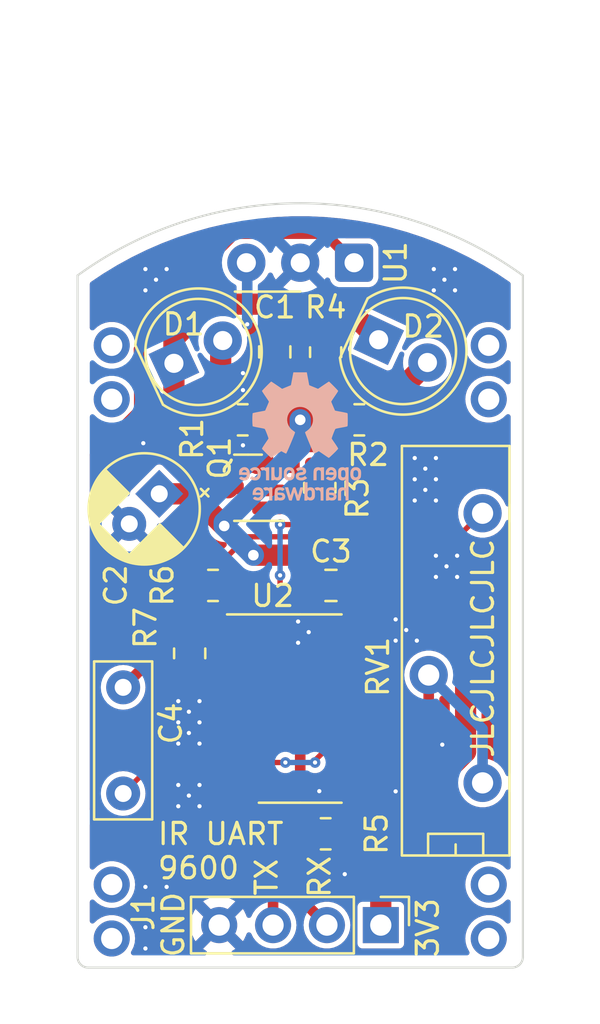
<source format=kicad_pcb>
(kicad_pcb (version 20221018) (generator pcbnew)
  (layers (0 "F.Cu" signal) (31 "B.Cu" signal) (34 "B.Paste" user) (35 "F.Paste" user) (36 "B.SilkS" user "B.Silkscreen") (37 "F.SilkS" user "F.Silkscreen") (38 "B.Mask" user) (39 "F.Mask" user) (44 "Edge.Cuts" user))
  (net 0 "")
  (net 1 "Net-(U1-Vs)")
  (net 2 "GND")
  (net 3 "+3.3V")
  (net 4 "Net-(C4-Pad1)")
  (net 5 "Net-(C4-Pad2)")
  (net 6 "Net-(D1-K)")
  (net 7 "Net-(D1-A)")
  (net 8 "Net-(D2-A)")
  (net 9 "/EXT_TX")
  (net 10 "/EXT_RX")
  (net 11 "Net-(Q1-B)")
  (net 12 "/OSC_OUT")
  (net 13 "Net-(R6-Pad1)")
  (net 14 "Net-(R7-Pad2)")
  (net 15 "/OSC_EN")
  (net 24 "Net-(RV1-Pad2)")
  (footprint "Package_SO:SO-14_3.9x8.65mm_P1.27mm" (layer "F.Cu") (at 115 63.8)
    (fp_text reference "U2" (at -1.3 -5.31) (layer "F.SilkS"))
    (fp_text value "74HC132")
    (pad "1" smd roundrect (at -2.475 -3.81) (size 1.95 0.6) (layers "F.Cu" "F.Paste" "F.Mask") (net 13 "Net-(R6-Pad1)"))
    (pad "2" smd roundrect (at -2.475 -2.54) (size 1.95 0.6) (layers "F.Cu" "F.Paste" "F.Mask") (net 13 "Net-(R6-Pad1)"))
    (pad "3" smd roundrect (at -2.475 -1.27) (size 1.95 0.6) (layers "F.Cu" "F.Paste" "F.Mask") (net 12 "/OSC_OUT"))
    (pad "4" smd roundrect (at -2.475 0) (size 1.95 0.6) (layers "F.Cu" "F.Paste" "F.Mask") (net 12 "/OSC_OUT"))
    (pad "5" smd roundrect (at -2.475 1.27) (size 1.95 0.6) (layers "F.Cu" "F.Paste" "F.Mask") (net 12 "/OSC_OUT"))
    (pad "6" smd roundrect (at -2.475 2.54) (size 1.95 0.6) (layers "F.Cu" "F.Paste" "F.Mask") (net 4 "Net-(C4-Pad1)"))
    (pad "7" smd roundrect (at -2.475 3.81) (size 1.95 0.6) (layers "F.Cu" "F.Paste" "F.Mask") (net 2 "GND"))
    (pad "8" smd roundrect (at 2.475 3.81) (size 1.95 0.6) (layers "F.Cu" "F.Paste" "F.Mask") (net 24 "Net-(RV1-Pad2)"))
    (pad "9" smd roundrect (at 2.475 2.54) (size 1.95 0.6) (layers "F.Cu" "F.Paste" "F.Mask") (net 15 "/OSC_EN"))
    (pad "10" smd roundrect (at 2.475 1.27) (size 1.95 0.6) (layers "F.Cu" "F.Paste" "F.Mask") (net 4 "Net-(C4-Pad1)"))
    (pad "11" smd roundrect (at 2.475 0) (size 1.95 0.6) (layers "F.Cu" "F.Paste" "F.Mask") (net 15 "/OSC_EN"))
    (pad "12" smd roundrect (at 2.475 -1.27) (size 1.95 0.6) (layers "F.Cu" "F.Paste" "F.Mask") (net 9 "/EXT_TX"))
    (pad "13" smd roundrect (at 2.475 -2.54) (size 1.95 0.6) (layers "F.Cu" "F.Paste" "F.Mask") (net 9 "/EXT_TX"))
    (pad "14" smd roundrect (at 2.475 -3.81) (size 1.95 0.6) (layers "F.Cu" "F.Paste" "F.Mask") (net 3 "+3.3V"))
  )
  (footprint "Connector_PinHeader_2.54mm:PinHeader_1x02_P2.54mm_Vertical" (layer "F.Cu") (at 106.11 72.09)
    (fp_text reference "J3" hide)
    (fp_text value "Mounting PTH")
    (pad "1" thru_hole circle (at 0 0) (size 1.7 1.7) (drill 1) (layers "*.Cu" "*.Mask"))
    (pad "2" thru_hole oval (at 0 2.54) (size 1.7 1.7) (drill 1) (layers "*.Cu" "*.Mask"))
  )
  (footprint "LED_THT:LED_D5.0mm" (layer "F.Cu") (at 118.697978 46.42655 -25)
    (fp_text reference "D2" (at 1.640287 -1.4562 -180) (layer "F.SilkS"))
    (fp_text value "TSAL6400")
    (pad "1" thru_hole rect (at 0 0 335) (size 1.8 1.8) (drill 0.9) (layers "*.Cu" "*.Mask") (net 6 "Net-(D1-K)"))
    (pad "2" thru_hole circle (at 2.54 0 335) (size 1.8 1.8) (drill 0.9) (layers "*.Cu" "*.Mask") (net 8 "Net-(D2-A)"))
  )
  (footprint "LED_THT:LED_D5.0mm" (layer "F.Cu") (at 109.044458 47.538838 25)
    (fp_text reference "D1" (at 1.189988 -1.474033 180) (layer "F.SilkS"))
    (fp_text value "TSAL6400")
    (pad "1" thru_hole rect (at 0 0 25) (size 1.8 1.8) (drill 0.9) (layers "*.Cu" "*.Mask") (net 6 "Net-(D1-K)"))
    (pad "2" thru_hole circle (at 2.54 0 25) (size 1.8 1.8) (drill 0.9) (layers "*.Cu" "*.Mask") (net 7 "Net-(D1-A)"))
  )
  (footprint "Connector_PinHeader_2.54mm:PinHeader_1x02_P2.54mm_Vertical" (layer "F.Cu") (at 123.89 72.09)
    (fp_text reference "J5" hide)
    (fp_text value "Mounting PTH")
    (pad "1" thru_hole circle (at 0 0) (size 1.7 1.7) (drill 1) (layers "*.Cu" "*.Mask"))
    (pad "2" thru_hole oval (at 0 2.54) (size 1.7 1.7) (drill 1) (layers "*.Cu" "*.Mask"))
  )
  (footprint "Resistor_SMD:R_0805_2012Metric" (layer "F.Cu") (at 115.925 53.4 90)
    (fp_text reference "R3" (at -0.5 1.775 90) (layer "F.SilkS"))
    (fp_text value "1k")
    (pad "1" smd roundrect (at -0.9125 0 90) (size 1.025 1.4) (layers "F.Cu" "F.Paste" "F.Mask") (roundrect_rratio 0.243902439) (net 12 "/OSC_OUT"))
    (pad "2" smd roundrect (at 0.9125 0 90) (size 1.025 1.4) (layers "F.Cu" "F.Paste" "F.Mask") (roundrect_rratio 0.243902439) (net 11 "Net-(Q1-B)"))
  )
  (footprint "Capacitor_THT:C_Rect_L7.2mm_W2.5mm_P5.00mm_FKS2_FKP2_MKS2_MKP2" (layer "F.Cu") (at 106.65 67.8 90)
    (fp_text reference "C4" (at 3.3 2.25 270) (layer "F.SilkS"))
    (fp_text value "1n")
    (pad "1" thru_hole circle (at 0 0 90) (size 1.6 1.6) (drill 0.8) (layers "*.Cu" "*.Mask") (net 4 "Net-(C4-Pad1)"))
    (pad "2" thru_hole circle (at 5 0 90) (size 1.6 1.6) (drill 0.8) (layers "*.Cu" "*.Mask") (net 5 "Net-(C4-Pad2)"))
  )
  (footprint "Capacitor_THT:CP_Radial_D5.0mm_P2.00mm" (layer "F.Cu") (at 108.351478 53.685786 -135)
    (fp_text reference "C2" (at 4.501224 -1.599996 90) (layer "F.SilkS"))
    (fp_text value "10u")
    (pad "1" thru_hole rect (at 0 0 225) (size 1.6 1.6) (drill 0.8) (layers "*.Cu" "*.Mask") (net 3 "+3.3V"))
    (pad "2" thru_hole circle (at 2.000001 0 225) (size 1.6 1.6) (drill 0.8) (layers "*.Cu" "*.Mask") (net 2 "GND"))
  )
  (footprint "Connector_PinHeader_2.54mm:PinHeader_1x02_P2.54mm_Vertical" (layer "F.Cu") (at 106.11 46.69)
    (fp_text reference "J2" hide)
    (fp_text value "Mounting PTH")
    (pad "1" thru_hole circle (at 0 0) (size 1.7 1.7) (drill 1) (layers "*.Cu" "*.Mask"))
    (pad "2" thru_hole oval (at 0 2.54) (size 1.7 1.7) (drill 1) (layers "*.Cu" "*.Mask"))
  )
  (footprint "Capacitor_SMD:C_0805_2012Metric" (layer "F.Cu") (at 116.45 58 180)
    (fp_text reference "C3" (at 0 1.6) (layer "F.SilkS"))
    (fp_text value "1u")
    (pad "1" smd roundrect (at -0.95 0 180) (size 1 1.45) (layers "F.Cu" "F.Paste" "F.Mask") (net 3 "+3.3V"))
    (pad "2" smd roundrect (at 0.95 0 180) (size 1 1.45) (layers "F.Cu" "F.Paste" "F.Mask") (net 2 "GND"))
  )
  (footprint "OptoDevice:Vishay_MOLD-3Pin" (layer "F.Cu") (at 117.54 42.8 180)
    (fp_text reference "U1" (at -1.96 0 90) (layer "F.SilkS"))
    (fp_text value "TSDP34156")
    (pad "1" thru_hole roundrect (at 0 0 180) (size 1.8 1.8) (drill 0.9) (layers "*.Cu" "*.Mask") (roundrect_rratio 0.138) (net 10 "/EXT_RX"))
    (pad "2" thru_hole circle (at 2.54 0 180) (size 1.8 1.8) (drill 0.9) (layers "*.Cu" "*.Mask") (net 2 "GND"))
    (pad "3" thru_hole circle (at 5.08 0 180) (size 1.8 1.8) (drill 0.9) (layers "*.Cu" "*.Mask") (net 1 "Net-(U1-Vs)"))
  )
  (footprint "Resistor_SMD:R_0805_2012Metric" (layer "F.Cu") (at 116.2 47.0125 -90)
    (fp_text reference "R4" (at -2.1125 0 -180) (layer "F.SilkS"))
    (fp_text value "600")
    (pad "1" smd roundrect (at -0.9125 0 270) (size 1.025 1.4) (layers "F.Cu" "F.Paste" "F.Mask") (roundrect_rratio 0.243902439) (net 1 "Net-(U1-Vs)"))
    (pad "2" smd roundrect (at 0.9125 0 270) (size 1.025 1.4) (layers "F.Cu" "F.Paste" "F.Mask") (roundrect_rratio 0.243902439) (net 3 "+3.3V"))
  )
  (footprint "Package_TO_SOT_SMD:SOT-23" (layer "F.Cu") (at 112.5375 53.4 180)
    (fp_text reference "Q1" (at 1.3375 1.4 270) (layer "F.SilkS"))
    (fp_text value "BC817")
    (pad "1" smd roundrect (at -0.9375 -0.95 180) (size 1.475 0.6) (layers "F.Cu" "F.Paste" "F.Mask") (net 11 "Net-(Q1-B)"))
    (pad "2" smd roundrect (at -0.9375 0.95 180) (size 1.475 0.6) (layers "F.Cu" "F.Paste" "F.Mask") (net 2 "GND"))
    (pad "3" smd roundrect (at 0.9375 0 180) (size 1.475 0.6) (layers "F.Cu" "F.Paste" "F.Mask") (net 6 "Net-(D1-K)"))
  )
  (footprint "Resistor_SMD:R_0805_2012Metric" (layer "F.Cu") (at 116.2 69.7)
    (fp_text reference "R5" (at 2.4 0 90) (layer "F.SilkS"))
    (fp_text value "100k")
    (pad "1" smd roundrect (at -0.9125 0) (size 1.025 1.4) (layers "F.Cu" "F.Paste" "F.Mask") (roundrect_rratio 0.243902439) (net 9 "/EXT_TX"))
    (pad "2" smd roundrect (at 0.9125 0) (size 1.025 1.4) (layers "F.Cu" "F.Paste" "F.Mask") (roundrect_rratio 0.243902439) (net 3 "+3.3V"))
  )
  (footprint "Connector_PinHeader_2.54mm:PinHeader_1x02_P2.54mm_Vertical" (layer "F.Cu") (at 123.89 46.69)
    (fp_text reference "J4" hide)
    (fp_text value "Mounting PTH")
    (pad "1" thru_hole circle (at 0 0) (size 1.7 1.7) (drill 1) (layers "*.Cu" "*.Mask"))
    (pad "2" thru_hole oval (at 0 2.54) (size 1.7 1.7) (drill 1) (layers "*.Cu" "*.Mask"))
  )
  (footprint "Resistor_SMD:R_0805_2012Metric" (layer "F.Cu") (at 110.8875 58 180)
    (fp_text reference "R6" (at 2.3875 0 90) (layer "F.SilkS"))
    (fp_text value "100k")
    (pad "1" smd roundrect (at -0.9125 0 180) (size 1.025 1.4) (layers "F.Cu" "F.Paste" "F.Mask") (roundrect_rratio 0.243902439) (net 13 "Net-(R6-Pad1)"))
    (pad "2" smd roundrect (at 0.9125 0 180) (size 1.025 1.4) (layers "F.Cu" "F.Paste" "F.Mask") (roundrect_rratio 0.243902439) (net 5 "Net-(C4-Pad2)"))
  )
  (footprint "Resistor_SMD:R_0805_2012Metric" (layer "F.Cu") (at 109.7875 61.2 -90)
    (fp_text reference "R7" (at -1.2 2.0875 90) (layer "F.SilkS"))
    (fp_text value "6.8k")
    (pad "1" smd roundrect (at -0.9125 0 270) (size 1.025 1.4) (layers "F.Cu" "F.Paste" "F.Mask") (roundrect_rratio 0.243902439) (net 5 "Net-(C4-Pad2)"))
    (pad "2" smd roundrect (at 0.9125 0 270) (size 1.025 1.4) (layers "F.Cu" "F.Paste" "F.Mask") (roundrect_rratio 0.243902439) (net 14 "Net-(R7-Pad2)"))
  )
  (footprint "Connector_PinHeader_2.54mm:PinHeader_1x04_P2.54mm_Vertical" (layer "F.Cu") (at 118.8 74 -90)
    (fp_text reference "J1" (at -0.6 11.2 90) (layer "F.SilkS"))
    (fp_text value "Conn_01x04")
    (pad "1" thru_hole rect (at 0 0 270) (size 1.7 1.7) (drill 1) (layers "*.Cu" "*.Mask") (net 3 "+3.3V"))
    (pad "2" thru_hole oval (at 0 2.54 270) (size 1.7 1.7) (drill 1) (layers "*.Cu" "*.Mask") (net 9 "/EXT_TX"))
    (pad "3" thru_hole oval (at 0 5.08 270) (size 1.7 1.7) (drill 1) (layers "*.Cu" "*.Mask") (net 10 "/EXT_RX"))
    (pad "4" thru_hole oval (at 0 7.62 270) (size 1.7 1.7) (drill 1) (layers "*.Cu" "*.Mask") (net 2 "GND"))
  )
  (footprint "Resistor_SMD:R_0805_2012Metric" (layer "F.Cu") (at 117.7875 50.2 180)
    (fp_text reference "R2" (at -0.4125 -1.65) (layer "F.SilkS"))
    (fp_text value "47")
    (pad "1" smd roundrect (at -0.9125 0 180) (size 1.025 1.4) (layers "F.Cu" "F.Paste" "F.Mask") (roundrect_rratio 0.243902439) (net 8 "Net-(D2-A)"))
    (pad "2" smd roundrect (at 0.9125 0 180) (size 1.025 1.4) (layers "F.Cu" "F.Paste" "F.Mask") (roundrect_rratio 0.243902439) (net 3 "+3.3V"))
  )
  (footprint "Capacitor_SMD:C_0805_2012Metric" (layer "F.Cu") (at 113.8 47 -90)
    (fp_text reference "C1" (at -2.1 0 -180) (layer "F.SilkS"))
    (fp_text value "1u")
    (pad "1" smd roundrect (at -0.95 0 270) (size 1 1.45) (layers "F.Cu" "F.Paste" "F.Mask") (net 1 "Net-(U1-Vs)"))
    (pad "2" smd roundrect (at 0.95 0 270) (size 1 1.45) (layers "F.Cu" "F.Paste" "F.Mask") (net 2 "GND"))
  )
  (footprint "Potentiometer_THT:Potentiometer_Bourns_3006P_Horizontal" (layer "F.Cu") (at 123.6 54.6 90)
    (fp_text reference "RV1" (at -7.235 -4.935 90) (layer "F.SilkS"))
    (fp_text value "2.2k")
    (pad "1" thru_hole circle (at 0 0 90) (size 1.8 1.8) (drill 1) (layers "*.Cu" "*.Mask") (net 14 "Net-(R7-Pad2)"))
    (pad "2" thru_hole circle (at -7.62 -2.54 90) (size 1.8 1.8) (drill 1) (layers "*.Cu" "*.Mask") (net 24 "Net-(RV1-Pad2)"))
    (pad "3" thru_hole circle (at -12.7 0 90) (size 1.8 1.8) (drill 1) (layers "*.Cu" "*.Mask") (net 24 "Net-(RV1-Pad2)"))
  )
  (footprint "Resistor_SMD:R_0805_2012Metric" (layer "F.Cu") (at 112.2875 50.2)
    (fp_text reference "R1" (at -2.3875 0.9 90) (layer "F.SilkS"))
    (fp_text value "47")
    (pad "1" smd roundrect (at -0.9125 0) (size 1.025 1.4) (layers "F.Cu" "F.Paste" "F.Mask") (roundrect_rratio 0.243902439) (net 7 "Net-(D1-A)"))
    (pad "2" smd roundrect (at 0.9125 0) (size 1.025 1.4) (layers "F.Cu" "F.Paste" "F.Mask") (roundrect_rratio 0.243902439) (net 3 "+3.3V"))
  )
  (footprint "Symbol:OSHW-Logo_5.7x6mm_SilkScreen" (layer "B.Cu") (at 115 50.98 180)
    (fp_text reference "SYM1" hide)
    (fp_text value "Logo_Open_Hardware_Small" hide)
  )
  (gr_arc (start 104.5 43.400001) (mid 115 39.997487) (end 125.5 43.400001) (stroke (width 0.1)) (layer "Edge.Cuts"))
  (gr_line (start 104.5 75.5) (end 104.5 43.4) (stroke (width 0.1)) (layer "Edge.Cuts"))
  (gr_arc (start 105 76) (mid 104.646447 75.853553) (end 104.5 75.5) (stroke (width 0.1)) (layer "Edge.Cuts"))
  (gr_arc (start 125.500001 75.500001) (mid 125.353554 75.853554) (end 125.000001 76.000001) (stroke (width 0.1)) (layer "Edge.Cuts"))
  (gr_line (start 125.5 43.400001) (end 125.500001 75.500001) (stroke (width 0.1)) (layer "Edge.Cuts"))
  (gr_line (start 125.000001 76.000001) (end 105 76) (stroke (width 0.1)) (layer "Edge.Cuts"))
  (gr_text "JLCJLCJLCJLC" (at 124.2 66.2 90) (layer "F.SilkS") (effects (font (size 1 1)) (justify left bottom)))
  (gr_text "3V3" (at 121.6 75.6 90) (layer "F.SilkS") (effects (font (size 1 1)) (justify left bottom)))
  (gr_text "RX" (at 116.5 72.8 90) (layer "F.SilkS") (effects (font (size 1 1)) (justify left bottom)))
  (gr_text "IR UART\n9600" (at 108.2 71.9) (layer "F.SilkS") (effects (font (size 1 1)) (justify left bottom)))
  (gr_text "TX" (at 114 72.7 90) (layer "F.SilkS") (effects (font (size 1 1)) (justify left bottom)))
  (gr_text "GND" (at 109.6 75.6 90) (layer "F.SilkS") (effects (font (size 1 1)) (justify left bottom)))
  (segment (start 116.2 46.1) (end 113.85 46.1) (width 0.5) (layer "F.Cu") (net 1))
  (segment (start 113.85 46.1) (end 113.8 46.05) (width 0.5) (layer "F.Cu") (net 1))
  (segment (start 112.8505 46.05) (end 112.5 45.6995) (width 0.5) (layer "F.Cu") (net 1))
  (segment (start 113.8 46.05) (end 112.8505 46.05) (width 0.5) (layer "F.Cu") (net 1))
  (via (at 112.5 45.6995) (size 0.5) (drill 0.2) (layers "F.Cu" "B.Cu") (net 1))
  (segment (start 112.5 45.6995) (end 112.5 42.84) (width 0.5) (layer "B.Cu") (net 1))
  (segment (start 112.5 42.84) (end 112.46 42.8) (width 0.5) (layer "B.Cu") (net 1))
  (via (at 120 60.1) (size 0.5) (drill 0.2) (layers "F.Cu" "B.Cu") (net 2))
  (via (at 115.9 67.69) (size 0.5) (drill 0.2) (layers "F.Cu" "B.Cu") (net 2))
  (via (at 122.4 57.6) (size 0.5) (drill 0.2) (layers "F.Cu" "B.Cu") (net 2))
  (via (at 109.25 68.4) (size 0.5) (drill 0.2) (layers "F.Cu" "B.Cu") (net 2))
  (via (at 109.75 67.9) (size 0.5) (drill 0.2) (layers "F.Cu" "B.Cu") (net 2))
  (via (at 121.3 44.1) (size 0.5) (drill 0.2) (layers "F.Cu" "B.Cu") (net 2))
  (via (at 114.9 59.7) (size 0.5) (drill 0.2) (layers "F.Cu" "B.Cu") (net 2))
  (via (at 120.9 53.5) (size 0.5) (drill 0.2) (layers "F.Cu" "B.Cu") (net 2))
  (via (at 109.25 63.45) (size 0.5) (drill 0.2) (layers "F.Cu" "B.Cu") (net 2))
  (via (at 120.4 54) (size 0.5) (drill 0.2) (layers "F.Cu" "B.Cu") (net 2))
  (via (at 122.4 56.6) (size 0.5) (drill 0.2) (layers "F.Cu" "B.Cu") (net 2))
  (via (at 120.4 52) (size 0.5) (drill 0.2) (layers "F.Cu" "B.Cu") (net 2))
  (via (at 107.7 72.2) (size 0.5) (drill 0.2) (layers "F.Cu" "B.Cu") (net 2))
  (via (at 117.1 71.6) (size 0.5) (drill 0.2) (layers "F.Cu" "B.Cu") (net 2))
  (via (at 119.5 67.7) (size 0.5) (drill 0.2) (layers "F.Cu" "B.Cu") (net 2))
  (via (at 115.4 60.2) (size 0.5) (drill 0.2) (layers "F.Cu" "B.Cu") (net 2))
  (via (at 121.7 65.5) (size 0.5) (drill 0.2) (layers "F.Cu" "B.Cu") (net 2))
  (via (at 122.3 43.1) (size 0.5) (drill 0.2) (layers "F.Cu" "B.Cu") (net 2))
  (via (at 119.5 60.6) (size 0.5) (drill 0.2) (layers "F.Cu" "B.Cu") (net 2))
  (via (at 120.4 53) (size 0.5) (drill 0.2) (layers "F.Cu" "B.Cu") (net 2))
  (via (at 121.4 57.6) (size 0.5) (drill 0.2) (layers "F.Cu" "B.Cu") (net 2))
  (via (at 122.3 44.1) (size 0.5) (drill 0.2) (layers "F.Cu" "B.Cu") (net 2))
  (via (at 119.5 59.6) (size 0.5) (drill 0.2) (layers "F.Cu" "B.Cu") (net 2))
  (via (at 114.9 60.7) (size 0.5) (drill 0.2) (layers "F.Cu" "B.Cu") (net 2))
  (via (at 110.25 67.4) (size 0.5) (drill 0.2) (layers "F.Cu" "B.Cu") (net 2))
  (via (at 108.2 43.6) (size 0.5) (drill 0.2) (layers "F.Cu" "B.Cu") (net 2))
  (via (at 121.4 54) (size 0.5) (drill 0.2) (layers "F.Cu" "B.Cu") (net 2))
  (via (at 107.7 43.1) (size 0.5) (drill 0.2) (layers "F.Cu" "B.Cu") (net 2))
  (via (at 110.25 64.45) (size 0.5) (drill 0.2) (layers "F.Cu" "B.Cu") (net 2))
  (via (at 121.9 57.1) (size 0.5) (drill 0.2) (layers "F.Cu" "B.Cu") (net 2))
  (via (at 110.25 68.4) (size 0.5) (drill 0.2) (layers "F.Cu" "B.Cu") (net 2))
  (via (at 121.4 56.6) (size 0.5) (drill 0.2) (layers "F.Cu" "B.Cu") (net 2))
  (via (at 108.7 72.2) (size 0.5) (drill 0.2) (layers "F.Cu" "B.Cu") (net 2))
  (via (at 107.6 51.3) (size 0.5) (drill 0.2) (layers "F.Cu" "B.Cu") (net 2))
  (via (at 109.75 63.95) (size 0.5) (drill 0.2) (layers "F.Cu" "B.Cu") (net 2))
  (via (at 109.25 67.4) (size 0.5) (drill 0.2) (layers "F.Cu" "B.Cu") (net 2))
  (via (at 110.25 63.45) (size 0.5) (drill 0.2) (layers "F.Cu" "B.Cu") (net 2))
  (via (at 107.7 74.1) (size 0.5) (drill 0.2) (layers "F.Cu" "B.Cu") (net 2))
  (via (at 121.4 52) (size 0.5) (drill 0.2) (layers "F.Cu" "B.Cu") (net 2))
  (via (at 107.7 44.1) (size 0.5) (drill 0.2) (layers "F.Cu" "B.Cu") (net 2))
  (via (at 120.9 52.5) (size 0.5) (drill 0.2) (layers "F.Cu" "B.Cu") (net 2))
  (via (at 121.8 43.6) (size 0.5) (drill 0.2) (layers "F.Cu" "B.Cu") (net 2))
  (via (at 112.3 51.4) (size 0.5) (drill 0.2) (layers "F.Cu" "B.Cu") (net 2))
  (via (at 120.5 60.6) (size 0.5) (drill 0.2) (layers "F.Cu" "B.Cu") (net 2))
  (via (at 121.3 43.1) (size 0.5) (drill 0.2) (layers "F.Cu" "B.Cu") (net 2))
  (via (at 107.7 75.1) (size 0.5) (drill 0.2) (layers "F.Cu" "B.Cu") (net 2))
  (via (at 109.25 64.45) (size 0.5) (drill 0.2) (layers "F.Cu" "B.Cu") (net 2))
  (via (at 112.3 48) (size 0.5) (drill 0.2) (layers "F.Cu" "B.Cu") (net 2))
  (via (at 109.25 65.45) (size 0.5) (drill 0.2) (layers "F.Cu" "B.Cu") (net 2))
  (via (at 108.7 43.1) (size 0.5) (drill 0.2) (layers "F.Cu" "B.Cu") (net 2))
  (via (at 112.3 48.8) (size 0.5) (drill 0.2) (layers "F.Cu" "B.Cu") (net 2))
  (via (at 110.25 65.45) (size 0.5) (drill 0.2) (layers "F.Cu" "B.Cu") (net 2))
  (via (at 121.4 53) (size 0.5) (drill 0.2) (layers "F.Cu" "B.Cu") (net 2))
  (via (at 109.75 64.95) (size 0.5) (drill 0.2) (layers "F.Cu" "B.Cu") (net 2))
  (segment (start 122.8 60.9) (end 122.8 65.833044) (width 1) (layer "F.Cu") (net 3))
  (segment (start 117.4 58) (end 117.4 59.9) (width 0.5) (layer "F.Cu") (net 3))
  (segment (start 109.901806 53.685786) (end 108.351478 53.685786) (width 1) (layer "F.Cu") (net 3))
  (segment (start 112.79102 56.575) (end 118.475 56.575) (width 1) (layer "F.Cu") (net 3))
  (segment (start 115 50.2) (end 115 49.125) (width 1) (layer "F.Cu") (net 3))
  (segment (start 122.8 65.833044) (end 118.8 69.833044) (width 1) (layer "F.Cu") (net 3))
  (segment (start 115 50.2) (end 116.875 50.2) (width 1) (layer "F.Cu") (net 3))
  (segment (start 117.4 58) (end 117.4 56.65) (width 0.5) (layer "F.Cu") (net 3))
  (segment (start 117.1125 69.7) (end 118.666956 69.7) (width 0.5) (layer "F.Cu") (net 3))
  (segment (start 111.41602 55.2) (end 109.901806 53.685786) (width 1) (layer "F.Cu") (net 3))
  (segment (start 118.475 56.575) (end 122.8 60.9) (width 1) (layer "F.Cu") (net 3))
  (segment (start 115 50.2) (end 113.2 50.2) (width 1) (layer "F.Cu") (net 3))
  (segment (start 115 49.125) (end 116.2 47.925) (width 1) (layer "F.Cu") (net 3))
  (segment (start 118.8 69.833044) (end 118.8 74) (width 1) (layer "F.Cu") (net 3))
  (via (at 112.79102 56.575) (size 1) (drill 0.5) (layers "F.Cu" "B.Cu") (net 3))
  (via (at 115 50.2) (size 1) (drill 0.5) (layers "F.Cu" "B.Cu") (net 3))
  (via (at 111.41602 55.2) (size 1) (drill 0.5) (layers "F.Cu" "B.Cu") (net 3))
  (segment (start 111.41602 55.2) (end 112.79102 56.575) (width 1) (layer "B.Cu") (net 3))
  (segment (start 111.41602 55.03398) (end 115 51.45) (width 1) (layer "B.Cu") (net 3))
  (segment (start 115 51.45) (end 115 50.2) (width 1) (layer "B.Cu") (net 3))
  (segment (start 111.41602 55.2) (end 111.41602 55.03398) (width 1) (layer "B.Cu") (net 3))
  (segment (start 115.6995 66.2405) (end 116.8 65.14) (width 0.25) (layer "F.Cu") (net 4))
  (segment (start 112.525 66.34) (end 114.3005 66.34) (width 0.25) (layer "F.Cu") (net 4))
  (segment (start 106.65 67.8) (end 108.11 66.34) (width 0.25) (layer "F.Cu") (net 4))
  (segment (start 115.6995 66.34) (end 115.6995 66.2405) (width 0.25) (layer "F.Cu") (net 4))
  (segment (start 108.11 66.34) (end 112.525 66.34) (width 0.25) (layer "F.Cu") (net 4))
  (via (at 114.3005 66.34) (size 0.5) (drill 0.2) (layers "F.Cu" "B.Cu") (net 4))
  (via (at 115.6995 66.34) (size 0.5) (drill 0.2) (layers "F.Cu" "B.Cu") (net 4))
  (segment (start 114.3005 66.34) (end 115.6995 66.34) (width 0.25) (layer "B.Cu") (net 4))
  (segment (start 109.1625 60.2875) (end 109.7875 60.2875) (width 0.5) (layer "F.Cu") (net 5))
  (segment (start 109.975 60.1) (end 109.7875 60.2875) (width 0.5) (layer "F.Cu") (net 5))
  (segment (start 109.975 58) (end 109.975 60.1) (width 0.5) (layer "F.Cu") (net 5))
  (segment (start 106.65 62.8) (end 109.1625 60.2875) (width 0.5) (layer "F.Cu") (net 5))
  (segment (start 117.021428 44.75) (end 118.697978 46.42655) (width 1) (layer "F.Cu") (net 6))
  (segment (start 110.65 44.75) (end 117.021428 44.75) (width 1) (layer "F.Cu") (net 6))
  (segment (start 109.044458 47.538838) (end 109.044458 46.355542) (width 1) (layer "F.Cu") (net 6))
  (segment (start 109.044458 47.538838) (end 109.044458 50.844458) (width 1) (layer "F.Cu") (net 6))
  (segment (start 109.044458 50.844458) (end 111.6 53.4) (width 1) (layer "F.Cu") (net 6))
  (segment (start 109.044458 46.355542) (end 110.65 44.75) (width 1) (layer "F.Cu") (net 6))
  (segment (start 111.25 50.075) (end 111.25 46.561868) (width 1) (layer "F.Cu") (net 7))
  (segment (start 111.25 46.561868) (end 111.34648 46.465388) (width 1) (layer "F.Cu") (net 7))
  (segment (start 111.375 50.2) (end 111.25 50.075) (width 1) (layer "F.Cu") (net 7))
  (segment (start 118.7 50.2) (end 118.7 49.8) (width 1) (layer "F.Cu") (net 8))
  (segment (start 118.7 49.8) (end 121 47.5) (width 1) (layer "F.Cu") (net 8))
  (segment (start 115 72.74) (end 115 61.99) (width 0.5) (layer "F.Cu") (net 9))
  (segment (start 115.73 61.26) (end 117.475 61.26) (width 0.5) (layer "F.Cu") (net 9))
  (segment (start 115 61.99) (end 115.73 61.26) (width 0.5) (layer "F.Cu") (net 9))
  (segment (start 116.26 74) (end 115 72.74) (width 0.5) (layer "F.Cu") (net 9))
  (segment (start 117.475 62.53) (end 115.06 62.53) (width 0.5) (layer "F.Cu") (net 9))
  (segment (start 107.87 46.4) (end 107.87 45.480811) (width 0.5) (layer "F.Cu") (net 10))
  (segment (start 107.41 49.768478) (end 107.41 48.172132) (width 0.5) (layer "F.Cu") (net 10))
  (segment (start 107.87 45.480811) (end 111.920053 41.430758) (width 0.5) (layer "F.Cu") (net 10))
  (segment (start 107.398425 46.871575) (end 107.87 46.4) (width 0.5) (layer "F.Cu") (net 10))
  (segment (start 107.398425 48.160557) (end 107.398425 46.871575) (width 0.5) (layer "F.Cu") (net 10))
  (segment (start 107.41 48.172132) (end 107.398425 48.160557) (width 0.5) (layer "F.Cu") (net 10))
  (segment (start 116.170758 41.430758) (end 117.54 42.8) (width 0.5) (layer "F.Cu") (net 10))
  (segment (start 107.7 70.9) (end 105.325 68.525) (width 0.5) (layer "F.Cu") (net 10))
  (segment (start 105.325 51.853478) (end 107.41 49.768478) (width 0.5) (layer "F.Cu") (net 10))
  (segment (start 111.920053 41.430758) (end 116.170758 41.430758) (width 0.5) (layer "F.Cu") (net 10))
  (segment (start 113.72 74) (end 113.72 72.77) (width 0.5) (layer "F.Cu") (net 10))
  (segment (start 111.85 70.9) (end 107.7 70.9) (width 0.5) (layer "F.Cu") (net 10))
  (segment (start 113.72 72.77) (end 111.85 70.9) (width 0.5) (layer "F.Cu") (net 10))
  (segment (start 105.325 68.525) (end 105.325 51.853478) (width 0.5) (layer "F.Cu") (net 10))
  (segment (start 114.0625 54.35) (end 115.925 52.4875) (width 0.5) (layer "F.Cu") (net 11))
  (segment (start 113.475 54.35) (end 114.0625 54.35) (width 0.5) (layer "F.Cu") (net 11))
  (segment (start 114.05 64.29) (end 113.3 65.04) (width 0.25) (layer "F.Cu") (net 12))
  (segment (start 112.525 63.8) (end 114.04 63.8) (width 0.25) (layer "F.Cu") (net 12))
  (segment (start 114.04 63.8) (end 114.05 63.79) (width 0.25) (layer "F.Cu") (net 12))
  (segment (start 114.05 63.79) (end 114.05 64.29) (width 0.25) (layer "F.Cu") (net 12))
  (segment (start 114.05 62.54) (end 114.05 63.79) (width 0.25) (layer "F.Cu") (net 12))
  (segment (start 115.925 54.3125) (end 115.103222 55.134278) (width 0.25) (layer "F.Cu") (net 12))
  (segment (start 114.05 57.5245) (end 114.05 62.85) (width 0.25) (layer "F.Cu") (net 12))
  (segment (start 112.525 62.53) (end 114.04 62.53) (width 0.25) (layer "F.Cu") (net 12))
  (segment (start 114.04 62.53) (end 114.05 62.54) (width 0.25) (layer "F.Cu") (net 12))
  (segment (start 115.103222 55.134278) (end 114.05 55.134278) (width 0.25) (layer "F.Cu") (net 12))
  (via (at 114.05 57.5245) (size 0.5) (drill 0.2) (layers "F.Cu" "B.Cu") (net 12))
  (via (at 114.05 55.134278) (size 0.5) (drill 0.2) (layers "F.Cu" "B.Cu") (net 12))
  (segment (start 114.05 55.134278) (end 114.05 57.5245) (width 0.25) (layer "B.Cu") (net 12))
  (segment (start 112.525 58.725) (end 111.8 58) (width 0.5) (layer "F.Cu") (net 13))
  (segment (start 112.525 61.26) (end 112.525 58.725) (width 0.5) (layer "F.Cu") (net 13))
  (segment (start 112.491222 55.708778) (end 110.9 57.3) (width 0.25) (layer "F.Cu") (net 14))
  (segment (start 123.55 54.6) (end 122.441222 55.708778) (width 0.25) (layer "F.Cu") (net 14))
  (segment (start 122.441222 55.708778) (end 112.491222 55.708778) (width 0.25) (layer "F.Cu") (net 14))
  (segment (start 110.9 61) (end 109.7875 62.1125) (width 0.25) (layer "F.Cu") (net 14))
  (segment (start 122.441222 55.708778) (end 122.4 55.708778) (width 0.25) (layer "F.Cu") (net 14))
  (segment (start 110.9 57.3) (end 110.9 61) (width 0.25) (layer "F.Cu") (net 14))
  (segment (start 123.6 54.6) (end 123.55 54.6) (width 0.25) (layer "F.Cu") (net 14))
  (segment (start 118.775 64.415) (end 118.16 63.8) (width 0.25) (layer "F.Cu") (net 15))
  (segment (start 118.2 66.34) (end 118.775 65.765) (width 0.25) (layer "F.Cu") (net 15))
  (segment (start 118.775 65.765) (end 118.775 64.415) (width 0.25) (layer "F.Cu") (net 15))
  (segment (start 121.06 65) (end 118.45 67.61) (width 0.5) (layer "F.Cu") (net 24))
  (segment (start 121.06 62.22) (end 121.06 65) (width 0.5) (layer "F.Cu") (net 24))
  (segment (start 118.45 67.61) (end 117.475 67.61) (width 0.5) (layer "F.Cu") (net 24))
  (segment (start 123.6 67.3) (end 123.6 64.76) (width 0.5) (layer "B.Cu") (net 24))
  (segment (start 123.6 64.76) (end 121.06 62.22) (width 0.5) (layer "B.Cu") (net 24))
  (zone (net 2) (net_name "GND") (layers "F&B.Cu") (connect_pads (clearance 0.25)) (min_thickness 0.25) (fill yes (thermal_gap 0.5) (thermal_bridge_width 0.5))
    (polygon (pts (xy 105 40.5) (xy 125 40.5) (xy 125 75.5) (xy 105 75.5)))
  )
)
</source>
